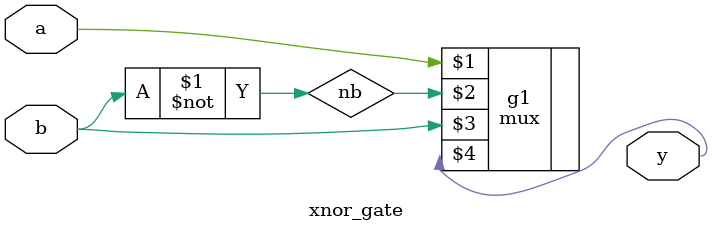
<source format=v>
`include "mux21_v.v"
module xnor_gate(a,b,y);
input a,b;
output y;
wire nb;
not g2(nb,b);
mux g1(a,nb,b,y);
endmodule

//# a=0 b=0 y=1
//# a=0 b=1 y=0
//# a=0 b=1 y=0
//# a=1 b=1 y=1
//# a=0 b=1 y=0
//# a=0 b=1 y=0
//# a=0 b=1 y=0
//# a=1 b=0 y=0

</source>
